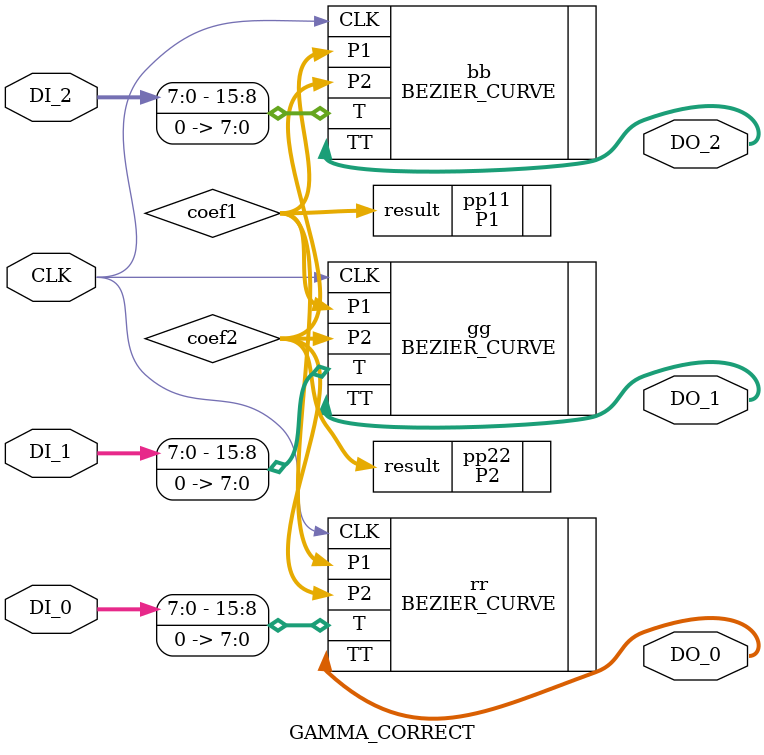
<source format=v>

module GAMMA_CORRECT 
( 
 input        CLK,  
 input  [7:0] DI_0,  
 input  [7:0] DI_1,  
 input  [7:0] DI_2,  
 output [7:0] DO_0,  
 output [7:0] DO_1,  
 output [7:0] DO_2

);
//---- Dynamic Gamma (Real time GAMMA correction using BEZIER CURVE) ---- 
P1 pp11( . result (coef1) );
P2 pp22( . result (coef2) );

wire [9:0] coef1;
wire [9:0] coef2;
//parameter  coef1 = 10'hff  ; 
//parameter  coef2 = 10'h300 ; 

BEZIER_CURVE    rr( .CLK(CLK),.P1 ( coef1),   .P2 ( coef2), .T  (  { DI_0[7:0] ,8'h0 }  ), .TT ( DO_0 ));
BEZIER_CURVE    gg( .CLK(CLK),.P1 ( coef1),   .P2 ( coef2), .T  (  { DI_1[7:0] ,8'h0 }  ), .TT ( DO_1 ));
BEZIER_CURVE    bb( .CLK(CLK),.P1 ( coef1),   .P2 ( coef2), .T  (  { DI_2[7:0] ,8'h0 }  ), .TT ( DO_2 ));
 
endmodule 

</source>
